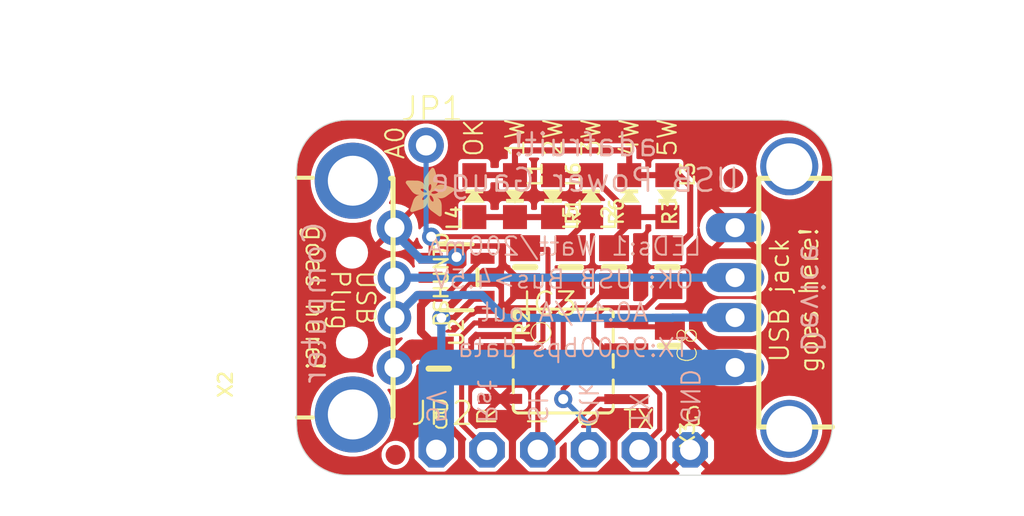
<source format=kicad_pcb>
(kicad_pcb (version 20221018) (generator pcbnew)
  (layers (0 "F.Cu" signal) (1 "In1.Cu" signal) (2 "In2.Cu" signal) (3 "In3.Cu" signal) (4 "In4.Cu" signal) (5 "In5.Cu" signal) (6 "In6.Cu" signal) (7 "In7.Cu" signal) (8 "In8.Cu" signal) (9 "In9.Cu" signal) (10 "In10.Cu" signal) (11 "In11.Cu" signal) (12 "In12.Cu" signal) (13 "In13.Cu" signal) (14 "In14.Cu" signal) (31 "B.Cu" signal) (34 "B.Paste" user) (35 "F.Paste" user) (36 "B.SilkS" user "B.Silkscreen") (37 "F.SilkS" user "F.Silkscreen") (38 "B.Mask" user) (39 "F.Mask" user) (44 "Edge.Cuts" user))
  (net 0 "")
  (net 1 "GND")
  (net 2 "VBUS")
  (net 3 "VIN-")
  (net 4 "OUT")
  (net 5 "N$4")
  (net 6 "N$8")
  (net 7 "N$9")
  (net 8 "N$10")
  (net 9 "TX")
  (net 10 "N$3")
  (net 11 "N$6")
  (net 12 "MOSI")
  (net 13 "SCK")
  (net 14 "RST")
  (footprint "working:ADAFRUIT_2.5MM" (layer "F.Cu") (at 140.5636 100.9396)
    (fp_text reference "U$3" hide)
    (fp_text value "" hide)
  )
  (footprint "working:FIDUCIAL_1MM" (layer "F.Cu") (at 156.9466 99.0346)
    (fp_text reference "FID2" hide)
    (fp_text value "FIDUCIAL\"\"" hide)
    (pad "1" smd roundrect (at 0 0) (size 1 1) (layers "F.Cu" "F.Mask") (roundrect_rratio 0.5))
  )
  (footprint "working:1X01-CLEANBIG" (layer "F.Cu") (at 141.5796 97.3836)
    (fp_text reference "JP1" (at -1.3462 -1.8288) (layer "F.SilkS") (effects (font (size 1.1557 1.1557) (thickness 0.1143)) (justify left)))
    (fp_text value "")
    (pad "1" thru_hole circle (at 0 0) (size 1.778 1.778) (drill 1.016) (layers "*.Cu" "*.Mask") (net 4 "OUT"))
  )
  (footprint "working:CHIPLED_0805_NOOUTLINE" (layer "F.Cu") (at 147.9296 99.9236 180)
    (fp_text reference "L6" (at -1.016 1.778 90) (layer "F.SilkS") (effects (font (size 0.692831 0.692831) (thickness 0.119969)) (justify right)))
    (fp_text value "Blue")
    (pad "A" smd rect (at 0 1.05 180) (size 1.2 1.2) (layers "F.Cu" "F.Paste" "F.Mask") (net 7 "N$9"))
    (pad "C" smd rect (at 0 -1.05 180) (size 1.2 1.2) (layers "F.Cu" "F.Paste" "F.Mask") (net 5 "N$4"))
  )
  (footprint "working:CHIPLED_0805_NOOUTLINE" (layer "F.Cu") (at 153.6446 99.9236 180)
    (fp_text reference "L3" (at -1.016 1.778 90) (layer "F.SilkS") (effects (font (size 0.692831 0.692831) (thickness 0.119969)) (justify right)))
    (fp_text value "Blue")
    (pad "A" smd rect (at 0 1.05 180) (size 1.2 1.2) (layers "F.Cu" "F.Paste" "F.Mask") (net 6 "N$8"))
    (pad "C" smd rect (at 0 -1.05 180) (size 1.2 1.2) (layers "F.Cu" "F.Paste" "F.Mask") (net 7 "N$9"))
  )
  (footprint "working:FIDUCIAL_1MM" (layer "F.Cu") (at 140.0556 112.8776)
    (fp_text reference "FID1" hide)
    (fp_text value "FIDUCIAL\"\"" hide)
    (pad "1" smd roundrect (at 0 0) (size 1 1) (layers "F.Cu" "F.Mask") (roundrect_rratio 0.5))
  )
  (footprint "working:0805-NO" (layer "F.Cu") (at 148.8186 103.4796 90)
    (fp_text reference "R1" (at 2.032 0.127 90) (layer "F.SilkS") (effects (font (size 0.692831 0.692831) (thickness 0.119969)) (justify left)))
    (fp_text value "470")
    (pad "1" smd rect (at -0.95 0 90) (size 1.3 1.5) (layers "F.Cu" "F.Paste" "F.Mask") (net 8 "N$10"))
    (pad "2" smd rect (at 0.95 0 90) (size 1.3 1.5) (layers "F.Cu" "F.Paste" "F.Mask") (net 5 "N$4"))
  )
  (footprint "working:SOIC8" (layer "F.Cu") (at 148.4376 108.1786 -90)
    (fp_text reference "IC3" (at -2.8575 2.159) (layer "F.SilkS") (effects (font (size 1.1557 1.1557) (thickness 0.1143)) (justify left)))
    (fp_text value "ATTINY85V-10S")
    (pad "1" smd rect (at -1.905 3.154 270) (size 0.5 2.2) (layers "F.Cu" "F.Paste" "F.Mask") (net 14 "RST"))
    (pad "2" smd rect (at -0.645 3.154 270) (size 0.5 2.2) (layers "F.Cu" "F.Paste" "F.Mask") (net 4 "OUT"))
    (pad "3" smd rect (at 0.625 3.154 270) (size 0.5 2.2) (layers "F.Cu" "F.Paste" "F.Mask") (net 8 "N$10"))
    (pad "4" smd rect (at 1.895 3.154 270) (size 0.5 2.2) (layers "F.Cu" "F.Paste" "F.Mask") (net 1 "GND"))
    (pad "5" smd rect (at 1.905 -3.154 270) (size 0.5 2.2) (layers "F.Cu" "F.Paste" "F.Mask") (net 12 "MOSI"))
    (pad "6" smd rect (at 0.635 -3.154 270) (size 0.5 2.2) (layers "F.Cu" "F.Paste" "F.Mask") (net 9 "TX"))
    (pad "7" smd rect (at -0.635 -3.154 270) (size 0.5 2.2) (layers "F.Cu" "F.Paste" "F.Mask") (net 13 "SCK"))
    (pad "8" smd rect (at -1.905 -3.154 270) (size 0.5 2.2) (layers "F.Cu" "F.Paste" "F.Mask") (net 3 "VIN-"))
  )
  (footprint "working:CHIPLED_0805_NOOUTLINE" (layer "F.Cu") (at 143.9926 99.9236)
    (fp_text reference "L4" (at -1.016 1.778 90) (layer "F.SilkS") (effects (font (size 0.692831 0.692831) (thickness 0.119969)) (justify left)))
    (fp_text value "Green")
    (pad "A" smd rect (at 0 1.05) (size 1.2 1.2) (layers "F.Cu" "F.Paste" "F.Mask") (net 5 "N$4"))
    (pad "C" smd rect (at 0 -1.05) (size 1.2 1.2) (layers "F.Cu" "F.Paste" "F.Mask") (net 6 "N$8"))
  )
  (footprint "working:CHIPLED_0805_NOOUTLINE" (layer "F.Cu") (at 149.8346 99.9236)
    (fp_text reference "L5" (at -1.016 1.778 90) (layer "F.SilkS") (effects (font (size 0.692831 0.692831) (thickness 0.119969)) (justify left)))
    (fp_text value "Blue")
    (pad "A" smd rect (at 0 1.05) (size 1.2 1.2) (layers "F.Cu" "F.Paste" "F.Mask") (net 5 "N$4"))
    (pad "C" smd rect (at 0 -1.05) (size 1.2 1.2) (layers "F.Cu" "F.Paste" "F.Mask") (net 7 "N$9"))
  )
  (footprint "working:0805-NO" (layer "F.Cu") (at 153.7716 107.4166 -90)
    (fp_text reference "C8" (at -1 -0.875 90) (layer "F.SilkS") (effects (font (size 0.96268 0.96268) (thickness 0.05332)) (justify right)))
    (fp_text value "10uF")
    (pad "1" smd rect (at -0.95 0 270) (size 1.3 1.5) (layers "F.Cu" "F.Paste" "F.Mask") (net 3 "VIN-"))
    (pad "2" smd rect (at 0.95 0 270) (size 1.3 1.5) (layers "F.Cu" "F.Paste" "F.Mask") (net 1 "GND"))
  )
  (footprint "working:CHIPLED_0805_NOOUTLINE" (layer "F.Cu") (at 146.0246 99.9236 180)
    (fp_text reference "L1" (at -1.016 1.778 90) (layer "F.SilkS") (effects (font (size 0.692831 0.692831) (thickness 0.119969)) (justify right)))
    (fp_text value "Blue")
    (pad "A" smd rect (at 0 1.05 180) (size 1.2 1.2) (layers "F.Cu" "F.Paste" "F.Mask") (net 6 "N$8"))
    (pad "C" smd rect (at 0 -1.05 180) (size 1.2 1.2) (layers "F.Cu" "F.Paste" "F.Mask") (net 5 "N$4"))
  )
  (footprint "working:0805-NO" (layer "F.Cu") (at 150.9776 103.4796 90)
    (fp_text reference "R6" (at 2.032 0.127 90) (layer "F.SilkS") (effects (font (size 0.692831 0.692831) (thickness 0.119969)) (justify left)))
    (fp_text value "470")
    (pad "1" smd rect (at -0.95 0 90) (size 1.3 1.5) (layers "F.Cu" "F.Paste" "F.Mask") (net 12 "MOSI"))
    (pad "2" smd rect (at 0.95 0 90) (size 1.3 1.5) (layers "F.Cu" "F.Paste" "F.Mask") (net 7 "N$9"))
  )
  (footprint "working:CHIPLED_0805_NOOUTLINE" (layer "F.Cu") (at 151.7396 99.9236)
    (fp_text reference "L2" (at -1.016 1.778 90) (layer "F.SilkS") (effects (font (size 0.692831 0.692831) (thickness 0.119969)) (justify left)))
    (fp_text value "Blue")
    (pad "A" smd rect (at 0 1.05) (size 1.2 1.2) (layers "F.Cu" "F.Paste" "F.Mask") (net 7 "N$9"))
    (pad "C" smd rect (at 0 -1.05) (size 1.2 1.2) (layers "F.Cu" "F.Paste" "F.Mask") (net 6 "N$8"))
  )
  (footprint "working:0805-NO" (layer "F.Cu") (at 142.2146 108.5596 90)
    (fp_text reference "RSHUNT0" (at 2.032 0.127 90) (layer "F.SilkS") (effects (font (size 0.692831 0.692831) (thickness 0.119969)) (justify left)))
    (fp_text value "0.1/1% 0.1W+")
    (pad "1" smd rect (at -0.95 0 90) (size 1.3 1.5) (layers "F.Cu" "F.Paste" "F.Mask") (net 3 "VIN-"))
    (pad "2" smd rect (at 0.95 0 90) (size 1.3 1.5) (layers "F.Cu" "F.Paste" "F.Mask") (net 2 "VBUS"))
  )
  (footprint "working:0805-NO" (layer "F.Cu") (at 146.5326 103.4796 -90)
    (fp_text reference "R2" (at 2.032 0.127 90) (layer "F.SilkS") (effects (font (size 0.692831 0.692831) (thickness 0.119969)) (justify right)))
    (fp_text value "10K 1%")
    (pad "1" smd rect (at -0.95 0 270) (size 1.3 1.5) (layers "F.Cu" "F.Paste" "F.Mask") (net 4 "OUT"))
    (pad "2" smd rect (at 0.95 0 270) (size 1.3 1.5) (layers "F.Cu" "F.Paste" "F.Mask") (net 1 "GND"))
  )
  (footprint "working:0805-NO" (layer "F.Cu") (at 153.6446 103.4796 90)
    (fp_text reference "R3" (at 2.032 0.127 90) (layer "F.SilkS") (effects (font (size 0.692831 0.692831) (thickness 0.119969)) (justify left)))
    (fp_text value "470")
    (pad "1" smd rect (at -0.95 0 90) (size 1.3 1.5) (layers "F.Cu" "F.Paste" "F.Mask") (net 13 "SCK"))
    (pad "2" smd rect (at 0.95 0 90) (size 1.3 1.5) (layers "F.Cu" "F.Paste" "F.Mask") (net 6 "N$8"))
  )
  (footprint "working:USB_A-THM" (layer "F.Cu") (at 137.8966 105.0036 90)
    (fp_text reference "X2" (at -5.08 -6.35 90) (layer "F.SilkS") (effects (font (size 0.692831 0.692831) (thickness 0.119969)) (justify left)))
    (fp_text value "")
    (pad "" np_thru_hole circle (at -2.25 -0.022 90) (size 1.1 1.1) (drill 1.1) (layers "*.Cu" "*.Mask"))
    (pad "" np_thru_hole circle (at 2.25 -0.022 90) (size 1.1 1.1) (drill 1.1) (layers "*.Cu" "*.Mask"))
    (pad "D+" thru_hole circle (at 1 2.1) (size 1.6764 1.6764) (drill 1) (layers "*.Cu" "*.Mask") (net 10 "N$3"))
    (pad "D-" thru_hole circle (at -1 2.1) (size 1.6764 1.6764) (drill 1) (layers "*.Cu" "*.Mask") (net 11 "N$6"))
    (pad "GND" thru_hole circle (at 3.5 2.1 90) (size 1.778 1.778) (drill 1) (layers "*.Cu" "*.Mask") (net 1 "GND"))
    (pad "MNT1" thru_hole circle (at -5.85 0.02 90) (size 3.81 3.81) (drill 2.5) (layers "*.Cu" "*.Mask"))
    (pad "MNT2" thru_hole circle (at 5.85 0.02 90) (size 3.81 3.81) (drill 2.5) (layers "*.Cu" "*.Mask"))
    (pad "VBUS" thru_hole circle (at -3.5 2.1 90) (size 1.778 1.778) (drill 1) (layers "*.Cu" "*.Mask") (net 2 "VBUS"))
  )
  (footprint "working:1X06-CLEANBIG" (layer "F.Cu") (at 148.4376 112.6236)
    (fp_text reference "JP2" (at -7.6962 -1.8288) (layer "F.SilkS") (effects (font (size 1.1557 1.1557) (thickness 0.1143)) (justify left)))
    (fp_text value "")
    (pad "1" thru_hole roundrect (at -6.35 0 90) (size 1.778 1.778) (drill 1.016) (layers "*.Cu" "*.Mask") (chamfer_ratio 0.2928932188) (chamfer top_left top_right bottom_left bottom_right) (net 3 "VIN-"))
    (pad "2" thru_hole roundrect (at -3.81 0 90) (size 1.778 1.778) (drill 1.016) (layers "*.Cu" "*.Mask") (chamfer_ratio 0.2928932188) (chamfer top_left top_right bottom_left bottom_right) (net 14 "RST"))
    (pad "3" thru_hole roundrect (at -1.27 0 90) (size 1.778 1.778) (drill 1.016) (layers "*.Cu" "*.Mask") (chamfer_ratio 0.2928932188) (chamfer top_left top_right bottom_left bottom_right) (net 12 "MOSI"))
    (pad "4" thru_hole roundrect (at 1.27 0 90) (size 1.778 1.778) (drill 1.016) (layers "*.Cu" "*.Mask") (chamfer_ratio 0.2928932188) (chamfer top_left top_right bottom_left bottom_right) (net 13 "SCK"))
    (pad "5" thru_hole roundrect (at 3.81 0 90) (size 1.778 1.778) (drill 1.016) (layers "*.Cu" "*.Mask") (chamfer_ratio 0.2928932188) (chamfer top_left top_right bottom_left bottom_right) (net 9 "TX"))
    (pad "6" thru_hole roundrect (at 6.35 0 90) (size 1.778 1.778) (drill 1.016) (layers "*.Cu" "*.Mask") (chamfer_ratio 0.2928932188) (chamfer top_left top_right bottom_left bottom_right) (net 1 "GND"))
  )
  (footprint "working:SOT23-5" (layer "F.Cu") (at 143.1036 103.9876 -90)
    (fp_text reference "U2" (at 1.978 0 90) (layer "F.SilkS") (effects (font (size 0.692831 0.692831) (thickness 0.119969)) (justify right)))
    (fp_text value "INA169")
    (pad "1" smd rect (at -0.95 1.3001 270) (size 0.55 1.2) (layers "F.Cu" "F.Paste" "F.Mask") (net 4 "OUT"))
    (pad "2" smd rect (at 0 1.3001 270) (size 0.55 1.2) (layers "F.Cu" "F.Paste" "F.Mask") (net 1 "GND"))
    (pad "3" smd rect (at 0.95 1.3001 270) (size 0.55 1.2) (layers "F.Cu" "F.Paste" "F.Mask") (net 2 "VBUS"))
    (pad "4" smd rect (at 0.95 -1.3001 270) (size 0.55 1.2) (layers "F.Cu" "F.Paste" "F.Mask") (net 3 "VIN-"))
    (pad "5" smd rect (at -0.95 -1.3001 270) (size 0.55 1.2) (layers "F.Cu" "F.Paste" "F.Mask") (net 2 "VBUS"))
  )
  (footprint "working:USB_HOST-PTH" (layer "F.Cu") (at 163.5506 105.0036 90)
    (fp_text reference "X3" (at -7.62 -8.89 90) (layer "F.SilkS") (effects (font (size 0.692831 0.692831) (thickness 0.119969)) (justify left)))
    (fp_text value "")
    (pad "D+" thru_hole oval (at 1 -6.52 180) (size 2.916 1.458) (drill 0.95) (layers "*.Cu" "*.Mask") (net 10 "N$3"))
    (pad "D-" thru_hole oval (at -1 -6.52 180) (size 2.916 1.458) (drill 0.95) (layers "*.Cu" "*.Mask") (net 11 "N$6"))
    (pad "GND" thru_hole oval (at 3.5 -6.52 180) (size 2.916 1.458) (drill 0.95) (layers "*.Cu" "*.Mask") (net 1 "GND"))
    (pad "S1" thru_hole circle (at -6.57 -3.81 90) (size 2.9 2.9) (drill 2.3) (layers "*.Cu" "*.Mask"))
    (pad "S2" thru_hole circle (at 6.57 -3.81 270) (size 2.9 2.9) (drill 2.3) (layers "*.Cu" "*.Mask"))
    (pad "VBUS" thru_hole oval (at -3.5 -6.52 180) (size 2.916 1.458) (drill 0.95) (layers "*.Cu" "*.Mask") (net 3 "VIN-"))
  )
  (gr_line (start 158.2166 111.4806) (end 161.8996 111.4806) (stroke (width 0.254)) (layer "F.SilkS"))
  (gr_line (start 158.2166 99.0346) (end 158.2166 111.4806) (stroke (width 0.254)) (layer "F.SilkS"))
  (gr_line (start 139.9286 110.9726) (end 139.9286 99.0346) (stroke (width 0.254)) (layer "F.SilkS"))
  (gr_line (start 139.9286 99.0346) (end 139.8016 99.0346) (stroke (width 0.254)) (layer "F.SilkS"))
  (gr_line (start 161.7726 99.0346) (end 158.2166 99.0346) (stroke (width 0.254)) (layer "F.SilkS"))
  (gr_arc (start 135.1026 98.6536) (mid 135.846549 96.857549) (end 137.6426 96.1136) (stroke (width 0.05)) (layer "Edge.Cuts"))
  (gr_line (start 137.6426 96.1136) (end 159.3596 96.1136) (stroke (width 0.05)) (layer "Edge.Cuts"))
  (gr_arc (start 137.6426 113.8936) (mid 135.846549 113.149651) (end 135.1026 111.3536) (stroke (width 0.05)) (layer "Edge.Cuts"))
  (gr_arc (start 159.3596 96.1136) (mid 161.155651 96.857549) (end 161.8996 98.6536) (stroke (width 0.05)) (layer "Edge.Cuts"))
  (gr_line (start 159.3596 113.8936) (end 137.6426 113.8936) (stroke (width 0.05)) (layer "Edge.Cuts"))
  (gr_arc (start 161.8996 111.3536) (mid 161.155651 113.149651) (end 159.3596 113.8936) (stroke (width 0.05)) (layer "Edge.Cuts"))
  (gr_line (start 135.1026 111.3536) (end 135.1026 98.6536) (stroke (width 0.05)) (layer "Edge.Cuts"))
  (gr_line (start 161.8996 98.6536) (end 161.8996 111.3536) (stroke (width 0.05)) (layer "Edge.Cuts"))
  (gr_text "A0:1V/A out" (at 152.7556 106.2736) (layer "B.SilkS") (effects (font (size 0.9144 0.9144) (thickness 0.1016)) (justify left bottom mirror)))
  (gr_text "LEDs:1 Watt/200mA" (at 155.4226 102.9716) (layer "B.SilkS") (effects (font (size 0.9144 0.9144) (thickness 0.1016)) (justify left bottom mirror)))
  (gr_text "Computer" (at 135.9916 105.2576 -270) (layer "B.SilkS") (effects (font (size 1.143 1.143) (thickness 0.127)) (justify mirror)))
  (gr_text "SI" (at 147.6756 110.5916 -90) (layer "B.SilkS") (effects (font (size 0.9144 0.9144) (thickness 0.1016)) (justify top mirror)))
  (gr_text "GND" (at 155.2956 109.9566 -90) (layer "B.SilkS") (effects (font (size 0.9144 0.9144) (thickness 0.1016)) (justify top mirror)))
  (gr_text "Clk" (at 150.2156 110.3376 -90) (layer "B.SilkS") (effects (font (size 0.9144 0.9144) (thickness 0.1016)) (justify top mirror)))
  (gr_text "Rst" (at 145.1356 110.2106 -90) (layer "B.SilkS") (effects (font (size 0.9144 0.9144) (thickness 0.1016)) (justify top mirror)))
  (gr_text "adafruit!" (at 153.2636 98.0186) (layer "B.SilkS") (effects (font (size 1.143 1.143) (thickness 0.127)) (justify left bottom mirror)))
  (gr_text "USB Power Gauge" (at 157.3276 99.7966) (layer "B.SilkS") (effects (font (size 1.143 1.143) (thickness 0.127)) (justify left bottom mirror)))
  (gr_text "TX:9600bps data" (at 154.7876 108.0516) (layer "B.SilkS") (effects (font (size 0.9144 0.9144) (thickness 0.1016)) (justify left bottom mirror)))
  (gr_text "TX" (at 152.7556 110.5916 -90) (layer "B.SilkS") (effects (font (size 0.9144 0.9144) (thickness 0.1016)) (justify top mirror)))
  (gr_text "Device" (at 160.8836 105.0036 -90) (layer "B.SilkS") (effects (font (size 1.143 1.143) (thickness 0.127)) (justify mirror)))
  (gr_text "5V" (at 142.5956 110.4646 -90) (layer "B.SilkS") (effects (font (size 0.9144 0.9144) (thickness 0.1016)) (justify top mirror)))
  (gr_text "OK: USB Bus>4.5V" (at 155.0416 104.6226) (layer "B.SilkS") (effects (font (size 0.9144 0.9144) (thickness 0.1016)) (justify left bottom mirror)))
  (gr_text "1W" (at 146.0246 98.0186 90) (layer "F.SilkS") (effects (font (size 0.9144 0.9144) (thickness 0.1016)) (justify left)))
  (gr_text "R" (at 144.6276 111.4806 90) (layer "F.SilkS") (effects (font (size 0.9144 0.9144) (thickness 0.1016)) (justify left)))
  (gr_text "G" (at 154.4066 110.9726) (layer "F.SilkS") (effects (font (size 0.9144 0.9144) (thickness 0.1016)) (justify left)))
  (gr_text "USB" (at 138.0236 105.0036 270) (layer "F.SilkS") (effects (font (size 0.9144 0.9144) (thickness 0.1016)) (justify bottom)))
  (gr_text "I" (at 147.1676 111.4806 90) (layer "F.SilkS") (effects (font (size 0.9144 0.9144) (thickness 0.1016)) (justify left)))
  (gr_text "OK" (at 144.5006 98.0186 90) (layer "F.SilkS") (effects (font (size 0.9144 0.9144) (thickness 0.1016)) (justify left bottom)))
  (gr_text "2W" (at 147.9296 98.0186 90) (layer "F.SilkS") (effects (font (size 0.9144 0.9144) (thickness 0.1016)) (justify left)))
  (gr_text "5" (at 141.8336 111.0996) (layer "F.SilkS") (effects (font (size 0.9144 0.9144) (thickness 0.1016)) (justify left)))
  (gr_text "TX" (at 151.3586 111.0996) (layer "F.SilkS") (effects (font (size 0.9144 0.9144) (thickness 0.1016)) (justify left)))
  (gr_text "5W" (at 153.6446 98.0186 90) (layer "F.SilkS") (effects (font (size 0.9144 0.9144) (thickness 0.1016)) (justify left)))
  (gr_text "C" (at 149.7076 111.6076 90) (layer "F.SilkS") (effects (font (size 0.9144 0.9144) (thickness 0.1016)) (justify left)))
  (gr_text "Plug" (at 136.7536 105.1306 270) (layer "F.SilkS") (effects (font (size 0.9144 0.9144) (thickness 0.1016)) (justify bottom)))
  (gr_text "A0" (at 140.5636 98.1456 90) (layer "F.SilkS") (effects (font (size 0.9144 0.9144) (thickness 0.1016)) (justify left bottom)))
  (gr_text "4W" (at 151.7396 98.0186 90) (layer "F.SilkS") (effects (font (size 0.9144 0.9144) (thickness 0.1016)) (justify left)))
  (gr_text "goes here!" (at 135.4836 105.0036 270) (layer "F.SilkS") (effects (font (size 0.9144 0.9144) (thickness 0.1016)) (justify bottom)))
  (gr_text "3W" (at 149.8346 98.0186 90) (layer "F.SilkS") (effects (font (size 0.9144 0.9144) (thickness 0.1016)) (justify left)))
  (gr_text "USB jack\ngoes here!" (at 161.2646 105.1306 90) (layer "F.SilkS") (effects (font (size 0.9144 0.9144) (thickness 0.1016)) (justify bottom)))
  (via (at 143.1036 102.9716) (size 0.9064) (drill 0.5) (layers "F.Cu" "B.Cu") (net 1))
  (segment (start 139.9966 101.5036) (end 139.9966 101.7696) (width 0.4064) (layer "B.Cu") (net 1))
  (segment (start 142.9766 103.0986) (end 143.1036 102.9716) (width 0.4064) (layer "B.Cu") (net 1))
  (segment (start 141.3256 103.0986) (end 142.9766 103.0986) (width 0.4064) (layer "B.Cu") (net 1))
  (segment (start 139.9966 101.7696) (end 141.3256 103.0986) (width 0.4064) (layer "B.Cu") (net 1))
  (segment (start 141.8035 104.9376) (end 142.5037 104.9376) (width 0.254) (layer "F.Cu") (net 2))
  (segment (start 139.9966 108.5036) (end 140.8906 107.6096) (width 1.016) (layer "F.Cu") (net 2))
  (segment (start 142.5037 104.9376) (end 144.4037 103.0376) (width 0.254) (layer "F.Cu") (net 2))
  (segment (start 141.3256 105.4155) (end 141.8035 104.9376) (width 0.4064) (layer "F.Cu") (net 2))
  (segment (start 142.2146 107.6096) (end 141.3256 106.7206) (width 0.4064) (layer "F.Cu") (net 2))
  (segment (start 140.8906 107.6096) (end 142.2146 107.6096) (width 1.016) (layer "F.Cu") (net 2))
  (segment (start 141.3256 106.7206) (end 141.3256 105.4155) (width 0.4064) (layer "F.Cu") (net 2))
  (segment (start 153.7716 106.4666) (end 153.9646 106.4666) (width 0.4064) (layer "F.Cu") (net 3))
  (segment (start 151.7846 106.4666) (end 153.7716 106.4666) (width 0.254) (layer "F.Cu") (net 3))
  (segment (start 151.5916 106.2736) (end 151.7846 106.4666) (width 0.254) (layer "F.Cu") (net 3))
  (segment (start 153.9646 106.4666) (end 156.0576 108.5596) (width 0.4064) (layer "F.Cu") (net 3))
  (segment (start 142.2146 109.5096) (end 142.2146 112.4966) (width 1.016) (layer "F.Cu") (net 3))
  (segment (start 156.9746 108.5596) (end 157.0306 108.5036) (width 0.4064) (layer "F.Cu") (net 3))
  (segment (start 142.9766 106.0196) (end 144.0586 104.9376) (width 0.3048) (layer "F.Cu") (net 3))
  (segment (start 144.0586 104.9376) (end 144.4037 104.9376) (width 0.3048) (layer "F.Cu") (net 3))
  (segment (start 142.2146 112.4966) (end 142.0876 112.6236) (width 1.016) (layer "F.Cu") (net 3))
  (segment (start 142.3416 106.0196) (end 142.9766 106.0196) (width 0.3048) (layer "F.Cu") (net 3))
  (segment (start 156.0576 108.5596) (end 156.9746 108.5596) (width 0.4064) (layer "F.Cu") (net 3))
  (via (at 142.3416 106.0196) (size 0.9064) (drill 0.5) (layers "F.Cu" "B.Cu") (net 3))
  (segment (start 142.0876 108.5036) (end 142.3416 108.5036) (width 1.778) (layer "B.Cu") (net 3))
  (segment (start 142.0876 112.6236) (end 142.0876 108.5036) (width 1.778) (layer "B.Cu") (net 3))
  (segment (start 142.3416 106.0196) (end 142.3416 108.5036) (width 0.4064) (layer "B.Cu") (net 3))
  (segment (start 142.3416 108.5036) (end 157.0306 108.5036) (width 1.778) (layer "B.Cu") (net 3))
  (segment (start 141.8336 102.8446) (end 141.8336 101.9556) (width 0.254) (layer "F.Cu") (net 4))
  (segment (start 141.8035 102.8446) (end 141.8035 103.0376) (width 0.254) (layer "F.Cu") (net 4))
  (segment (start 147.4216 107.1626) (end 147.4216 105.5116) (width 0.254) (layer "F.Cu") (net 4))
  (segment (start 147.6756 105.2576) (end 147.6756 102.5906) (width 0.254) (layer "F.Cu") (net 4))
  (segment (start 147.4216 105.5116) (end 147.6756 105.2576) (width 0.254) (layer "F.Cu") (net 4))
  (segment (start 146.2786 101.9556) (end 146.2786 102.2756) (width 0.254) (layer "F.Cu") (net 4))
  (segment (start 146.5936 102.5906) (end 146.5326 102.5296) (width 0.254) (layer "F.Cu") (net 4))
  (segment (start 147.0506 107.5336) (end 147.4216 107.1626) (width 0.254) (layer "F.Cu") (net 4))
  (segment (start 141.8035 102.8446) (end 141.8336 102.8446) (width 0.254) (layer "F.Cu") (net 4))
  (segment (start 147.6756 102.5906) (end 146.5936 102.5906) (width 0.254) (layer "F.Cu") (net 4))
  (segment (start 141.8336 101.9556) (end 146.2786 101.9556) (width 0.254) (layer "F.Cu") (net 4))
  (segment (start 146.2786 102.2756) (end 146.5326 102.5296) (width 0.254) (layer "F.Cu") (net 4))
  (segment (start 145.2836 107.5336) (end 147.0506 107.5336) (width 0.254) (layer "F.Cu") (net 4))
  (via (at 141.8336 101.9556) (size 0.9064) (drill 0.5) (layers "F.Cu" "B.Cu") (net 4))
  (segment (start 141.8336 101.9556) (end 141.5796 101.7016) (width 0.254) (layer "B.Cu") (net 4))
  (segment (start 141.5796 101.7016) (end 141.5796 97.3836) (width 0.254) (layer "B.Cu") (net 4))
  (segment (start 143.9926 100.9736) (end 146.0246 100.9736) (width 0.3048) (layer "F.Cu") (net 5))
  (segment (start 148.8186 101.9556) (end 148.8186 102.5296) (width 0.3048) (layer "F.Cu") (net 5))
  (segment (start 146.0246 100.9736) (end 147.9296 100.9736) (width 0.3048) (layer "F.Cu") (net 5))
  (segment (start 149.8346 100.9396) (end 148.8186 101.9556) (width 0.3048) (layer "F.Cu") (net 5))
  (segment (start 147.9296 100.9736) (end 149.8346 100.9736) (width 0.3048) (layer "F.Cu") (net 5))
  (segment (start 149.8346 100.9736) (end 149.8346 100.9396) (width 0.3048) (layer "F.Cu") (net 5))
  (segment (start 146.0246 97.6376) (end 151.7396 97.6376) (width 0.3048) (layer "F.Cu") (net 6))
  (segment (start 153.6446 102.5296) (end 154.0866 102.5296) (width 0.3048) (layer "F.Cu") (net 6))
  (segment (start 151.7396 97.6376) (end 151.7396 98.8736) (width 0.3048) (layer "F.Cu") (net 6))
  (segment (start 154.7876 101.8286) (end 154.7876 99.4156) (width 0.3048) (layer "F.Cu") (net 6))
  (segment (start 154.7876 99.4156) (end 154.2796 98.9076) (width 0.3048) (layer "F.Cu") (net 6))
  (segment (start 146.0246 98.8736) (end 143.9926 98.8736) (width 0.3048) (layer "F.Cu") (net 6))
  (segment (start 153.6786 98.9076) (end 153.6446 98.8736) (width 0.3048) (layer "F.Cu") (net 6))
  (segment (start 151.7396 98.8736) (end 153.6446 98.8736) (width 0.3048) (layer "F.Cu") (net 6))
  (segment (start 146.0246 98.8736) (end 146.0246 97.6376) (width 0.3048) (layer "F.Cu") (net 6))
  (segment (start 154.2796 98.9076) (end 153.6786 98.9076) (width 0.3048) (layer "F.Cu") (net 6))
  (segment (start 154.0866 102.5296) (end 154.7876 101.8286) (width 0.3048) (layer "F.Cu") (net 6))
  (segment (start 151.7396 100.9736) (end 153.6446 100.9736) (width 0.3048) (layer "F.Cu") (net 7))
  (segment (start 150.9776 102.0826) (end 151.7396 101.3206) (width 0.3048) (layer "F.Cu") (net 7))
  (segment (start 151.7396 100.7786) (end 151.7396 100.9736) (width 0.3048) (layer "F.Cu") (net 7))
  (segment (start 150.9776 102.5296) (end 150.9776 102.0826) (width 0.3048) (layer "F.Cu") (net 7))
  (segment (start 149.8346 98.8736) (end 151.7396 100.7786) (width 0.3048) (layer "F.Cu") (net 7))
  (segment (start 151.7396 101.3206) (end 151.7396 100.9736) (width 0.3048) (layer "F.Cu") (net 7))
  (segment (start 147.9296 98.8736) (end 149.8346 98.8736) (width 0.3048) (layer "F.Cu") (net 7))
  (segment (start 147.4216 108.8136) (end 147.4216 108.8036) (width 0.254) (layer "F.Cu") (net 8))
  (segment (start 148.7576 104.9376) (end 147.9296 105.7656) (width 0.254) (layer "F.Cu") (net 8))
  (segment (start 148.7576 104.9376) (end 148.7576 104.4906) (width 0.254) (layer "F.Cu") (net 8))
  (segment (start 147.9296 108.3056) (end 147.4216 108.8136) (width 0.254) (layer "F.Cu") (net 8))
  (segment (start 147.4216 108.8036) (end 145.2836 108.8036) (width 0.254) (layer "F.Cu") (net 8))
  (segment (start 147.9296 105.7656) (end 147.9296 108.3056) (width 0.254) (layer "F.Cu") (net 8))
  (segment (start 148.7576 104.4906) (end 148.8186 104.4296) (width 0.254) (layer "F.Cu") (net 8))
  (segment (start 152.2476 108.8136) (end 153.2636 109.8296) (width 0.254) (layer "F.Cu") (net 9))
  (segment (start 153.2636 111.6076) (end 152.2476 112.6236) (width 0.254) (layer "F.Cu") (net 9))
  (segment (start 153.2636 109.8296) (end 153.2636 111.6076) (width 0.254) (layer "F.Cu") (net 9))
  (segment (start 151.5916 108.8136) (end 152.2476 108.8136) (width 0.254) (layer "F.Cu") (net 9))
  (segment (start 139.9966 104.0036) (end 157.0306 104.0036) (width 0.4064) (layer "B.Cu") (net 10))
  (segment (start 141.1396 104.8766) (end 144.3736 104.8766) (width 0.4064) (layer "B.Cu") (net 11))
  (segment (start 153.9146 106.0036) (end 157.0306 106.0036) (width 0.4064) (layer "B.Cu") (net 11))
  (segment (start 139.9966 106.0196) (end 141.1396 104.8766) (width 0.4064) (layer "B.Cu") (net 11))
  (segment (start 153.8986 106.0196) (end 153.9146 106.0036) (width 0.4064) (layer "B.Cu") (net 11))
  (segment (start 139.9966 106.0196) (end 139.9966 106.0036) (width 0.4064) (layer "B.Cu") (net 11))
  (segment (start 145.5166 106.0196) (end 153.8986 106.0196) (width 0.4064) (layer "B.Cu") (net 11))
  (segment (start 144.3736 104.8766) (end 145.5166 106.0196) (width 0.4064) (layer "B.Cu") (net 11))
  (segment (start 148.4376 108.5596) (end 147.1676 109.8296) (width 0.254) (layer "F.Cu") (net 12))
  (segment (start 150.2156 110.0836) (end 151.5916 110.0836) (width 0.254) (layer "F.Cu") (net 12))
  (segment (start 148.4376 106.0196) (end 148.4376 108.5596) (width 0.254) (layer "F.Cu") (net 12))
  (segment (start 148.9456 105.5116) (end 148.4376 106.0196) (width 0.254) (layer "F.Cu") (net 12))
  (segment (start 147.1676 112.6236) (end 147.1676 109.8296) (width 0.254) (layer "F.Cu") (net 12))
  (segment (start 150.2156 110.0836) (end 147.6756 112.6236) (width 0.254) (layer "F.Cu") (net 12))
  (segment (start 150.9776 104.2416) (end 149.7076 105.5116) (width 0.254) (layer "F.Cu") (net 12))
  (segment (start 149.7076 105.5116) (end 148.9456 105.5116) (width 0.254) (layer "F.Cu") (net 12))
  (segment (start 147.6756 112.6236) (end 147.1676 112.6236) (width 0.254) (layer "F.Cu") (net 12))
  (segment (start 150.9776 104.4296) (end 150.9776 104.2416) (width 0.254) (layer "F.Cu") (net 12))
  (segment (start 150.4696 107.5436) (end 148.4376 109.5756) (width 0.254) (layer "F.Cu") (net 13))
  (segment (start 149.9616 107.0356) (end 150.4696 107.5436) (width 0.254) (layer "F.Cu") (net 13))
  (segment (start 149.9616 106.0196) (end 149.9616 107.0356) (width 0.254) (layer "F.Cu") (net 13))
  (segment (start 153.6446 104.4296) (end 152.5626 105.5116) (width 0.254) (layer "F.Cu") (net 13))
  (segment (start 148.4376 109.5756) (end 148.4376 110.0836) (width 0.254) (layer "F.Cu") (net 13))
  (segment (start 150.4696 107.5436) (end 151.5916 107.5436) (width 0.254) (layer "F.Cu") (net 13))
  (segment (start 149.9616 106.0196) (end 150.4696 105.5116) (width 0.254) (layer "F.Cu") (net 13))
  (segment (start 152.5626 105.5116) (end 150.4696 105.5116) (width 0.254) (layer "F.Cu") (net 13))
  (via (at 148.4376 110.0836) (size 0.9064) (drill 0.5) (layers "F.Cu" "B.Cu") (net 13))
  (segment (start 149.7076 111.3536) (end 149.7076 112.6236) (width 0.254) (layer "B.Cu") (net 13))
  (segment (start 148.4376 110.0836) (end 149.7076 111.3536) (width 0.254) (layer "B.Cu") (net 13))
  (segment (start 143.3576 111.3536) (end 143.3576 106.9086) (width 0.254) (layer "F.Cu") (net 14))
  (segment (start 143.9926 106.2736) (end 145.2836 106.2736) (width 0.254) (layer "F.Cu") (net 14))
  (segment (start 143.3576 106.9086) (end 143.9926 106.2736) (width 0.254) (layer "F.Cu") (net 14))
  (segment (start 143.3576 111.3536) (end 144.6276 112.6236) (width 0.254) (layer "F.Cu") (net 14))
  (zone (net 1) (net_name "GND") (layer "F.Cu") (priority 6) (connect_pads (clearance 0.000001)) (min_thickness 0.127) (fill yes (thermal_gap 0.304) (thermal_bridge_width 0.304))
    (polygon (pts (xy 162.7886 114.0206) (xy 134.9756 114.0206) (xy 134.9756 95.9866) (xy 162.7886 95.9866)))
  )
)
</source>
